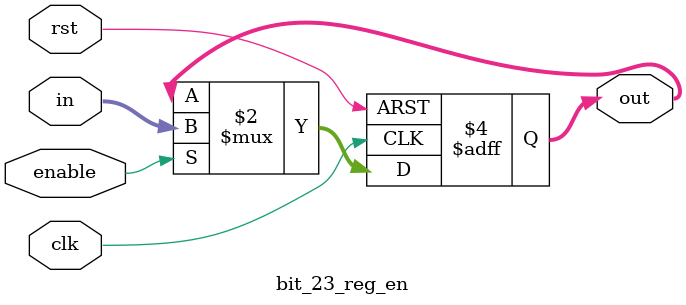
<source format=v>
    module bit_23_reg_en (in , clk , rst , enable , out);
input [22:0]in;
input clk;
input rst;
input enable;
output reg [22:0]out;
always@(posedge rst or posedge clk)
begin
    if(rst)
        out <= 23'b 0000_0000_0000_0000_0000_000;
    else if(enable)
        out <= in;
end
endmodule
    

</source>
